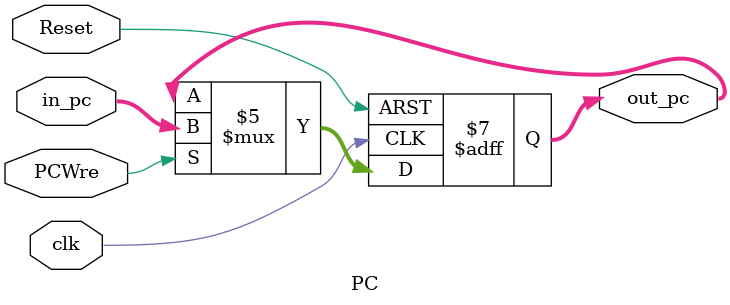
<source format=v>
`timescale 1ns / 1ps


module PC(clk, PCWre ,Reset, in_pc, out_pc);
    input PCWre, clk, Reset; //Í£»úÐÅºÅ Ê±ÖÓÐÅºÅ ÖØÖÃÐÅºÅ
    input [31:0] in_pc;  //ÊäÈëµ½PCµÄÖ¸ÁîµØÖ·
    output reg [31:0] out_pc;
    initial begin
        out_pc = 0;
    end
    always @(posedge clk or negedge Reset) begin
        if(Reset==0)begin
            out_pc = 0;
        end
        else if(PCWre)begin // PCWreÎª0Ê±ÎªÍ£»ú´¦Àí
            out_pc = in_pc;
        end
    end
endmodule

</source>
